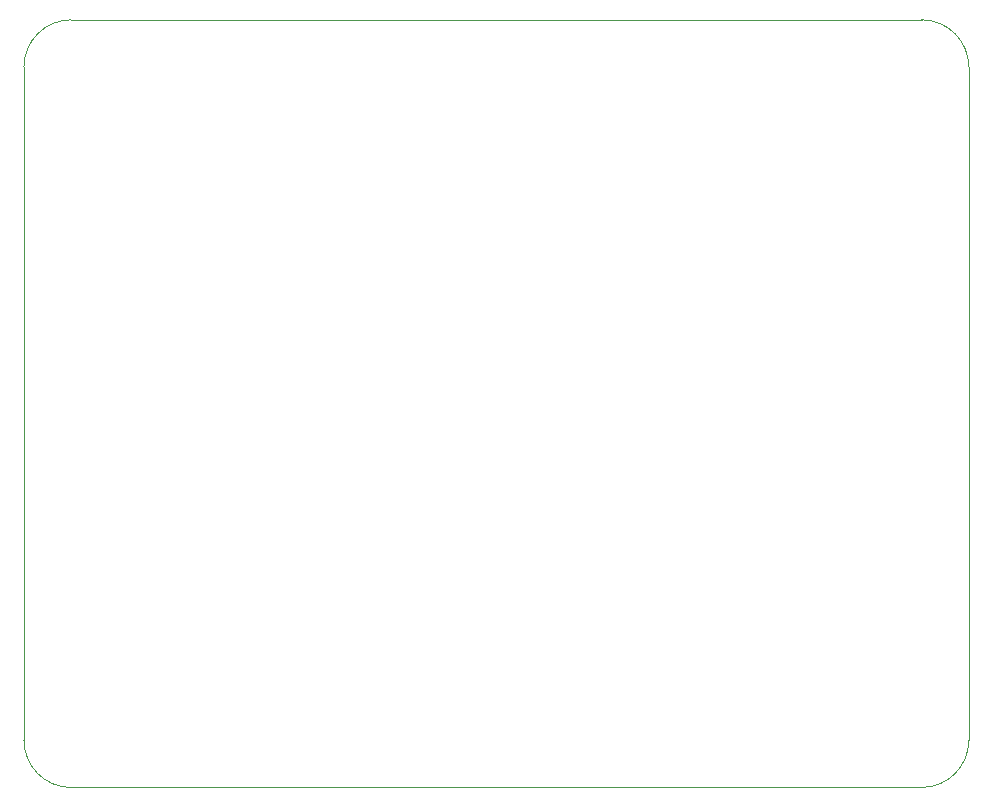
<source format=gko>
G04 #@! TF.GenerationSoftware,KiCad,Pcbnew,5.1.9+dfsg1-1~bpo10+1*
G04 #@! TF.CreationDate,2021-11-07T18:13:51+00:00*
G04 #@! TF.ProjectId,MPPT_Solar_KiCAD,4d505054-5f53-46f6-9c61-725f4b694341,Rev. 2.1*
G04 #@! TF.SameCoordinates,Original*
G04 #@! TF.FileFunction,Profile,NP*
%FSLAX46Y46*%
G04 Gerber Fmt 4.6, Leading zero omitted, Abs format (unit mm)*
G04 Created by KiCad (PCBNEW 5.1.9+dfsg1-1~bpo10+1) date 2021-11-07 18:13:51*
%MOMM*%
%LPD*%
G01*
G04 APERTURE LIST*
G04 #@! TA.AperFunction,Profile*
%ADD10C,0.050000*%
G04 #@! TD*
G04 APERTURE END LIST*
D10*
X95000000Y-101000000D02*
G75*
G02*
X91000000Y-105000000I-4000000J0D01*
G01*
X19000000Y-105000000D02*
G75*
G02*
X15000000Y-101000000I0J4000000D01*
G01*
X15000000Y-44000000D02*
G75*
G02*
X19000000Y-40000000I4000000J0D01*
G01*
X91000000Y-40000000D02*
G75*
G02*
X95000000Y-44000000I0J-4000000D01*
G01*
X19000000Y-105000000D02*
X91000000Y-105000000D01*
X91000000Y-40000000D02*
X19000000Y-40000000D01*
X95000000Y-101000000D02*
X95000000Y-44000000D01*
X15000000Y-44000000D02*
X15000000Y-101000000D01*
M02*

</source>
